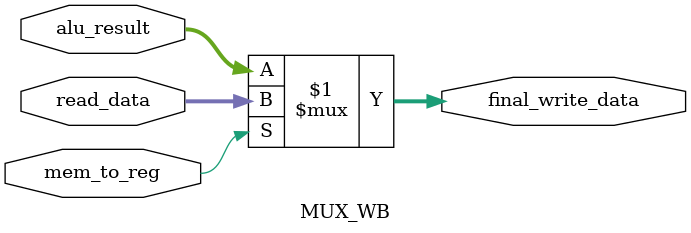
<source format=v>
module MUX_WB (
	input  wire        mem_to_reg,      // control signal
	input  wire [31:0] alu_result,      // ALU result from EX stage
	input  wire [31:0] read_data,       // Data read from memory
	output wire [31:0] final_write_data // Output data to write back to register
);

	assign final_write_data = (mem_to_reg) ? read_data : alu_result;
endmodule
</source>
